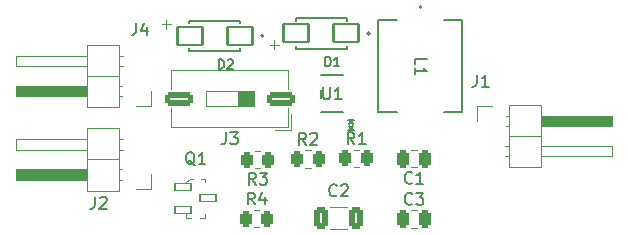
<source format=gbr>
%TF.GenerationSoftware,KiCad,Pcbnew,9.0.6*%
%TF.CreationDate,2025-12-11T09:15:32-05:00*%
%TF.ProjectId,Mini_Solar_Supply,4d696e69-5f53-46f6-9c61-725f53757070,rev?*%
%TF.SameCoordinates,Original*%
%TF.FileFunction,Legend,Top*%
%TF.FilePolarity,Positive*%
%FSLAX46Y46*%
G04 Gerber Fmt 4.6, Leading zero omitted, Abs format (unit mm)*
G04 Created by KiCad (PCBNEW 9.0.6) date 2025-12-11 09:15:32*
%MOMM*%
%LPD*%
G01*
G04 APERTURE LIST*
G04 Aperture macros list*
%AMRoundRect*
0 Rectangle with rounded corners*
0 $1 Rounding radius*
0 $2 $3 $4 $5 $6 $7 $8 $9 X,Y pos of 4 corners*
0 Add a 4 corners polygon primitive as box body*
4,1,4,$2,$3,$4,$5,$6,$7,$8,$9,$2,$3,0*
0 Add four circle primitives for the rounded corners*
1,1,$1+$1,$2,$3*
1,1,$1+$1,$4,$5*
1,1,$1+$1,$6,$7*
1,1,$1+$1,$8,$9*
0 Add four rect primitives between the rounded corners*
20,1,$1+$1,$2,$3,$4,$5,0*
20,1,$1+$1,$4,$5,$6,$7,0*
20,1,$1+$1,$6,$7,$8,$9,0*
20,1,$1+$1,$8,$9,$2,$3,0*%
G04 Aperture macros list end*
%ADD10C,0.100000*%
%ADD11C,0.150000*%
%ADD12C,0.120000*%
%ADD13C,0.127000*%
%ADD14C,0.200000*%
%ADD15C,0.152400*%
%ADD16R,1.700000X1.700000*%
%ADD17C,1.700000*%
%ADD18RoundRect,0.102000X1.060000X0.750000X-1.060000X0.750000X-1.060000X-0.750000X1.060000X-0.750000X0*%
%ADD19RoundRect,0.250000X-0.250000X-0.475000X0.250000X-0.475000X0.250000X0.475000X-0.250000X0.475000X0*%
%ADD20RoundRect,0.070000X-0.650000X-0.300000X0.650000X-0.300000X0.650000X0.300000X-0.650000X0.300000X0*%
%ADD21RoundRect,0.250000X-0.262500X-0.450000X0.262500X-0.450000X0.262500X0.450000X-0.262500X0.450000X0*%
%ADD22RoundRect,0.250000X0.970000X0.310000X-0.970000X0.310000X-0.970000X-0.310000X0.970000X-0.310000X0*%
%ADD23R,3.302000X2.667000*%
%ADD24RoundRect,0.250000X0.262500X0.450000X-0.262500X0.450000X-0.262500X-0.450000X0.262500X-0.450000X0*%
%ADD25R,1.181100X0.558800*%
%ADD26RoundRect,0.250000X0.325000X0.650000X-0.325000X0.650000X-0.325000X-0.650000X0.325000X-0.650000X0*%
%ADD27RoundRect,0.250000X0.250000X0.475000X-0.250000X0.475000X-0.250000X-0.475000X0.250000X-0.475000X0*%
G04 APERTURE END LIST*
D10*
X138683084Y-121741666D02*
X139444989Y-121741666D01*
X139064036Y-122122619D02*
X139064036Y-121360714D01*
X129564484Y-120039866D02*
X130326389Y-120039866D01*
X129945436Y-120420819D02*
X129945436Y-119658914D01*
D11*
X123898066Y-134633619D02*
X123898066Y-135347904D01*
X123898066Y-135347904D02*
X123850447Y-135490761D01*
X123850447Y-135490761D02*
X123755209Y-135586000D01*
X123755209Y-135586000D02*
X123612352Y-135633619D01*
X123612352Y-135633619D02*
X123517114Y-135633619D01*
X124326638Y-134728857D02*
X124374257Y-134681238D01*
X124374257Y-134681238D02*
X124469495Y-134633619D01*
X124469495Y-134633619D02*
X124707590Y-134633619D01*
X124707590Y-134633619D02*
X124802828Y-134681238D01*
X124802828Y-134681238D02*
X124850447Y-134728857D01*
X124850447Y-134728857D02*
X124898066Y-134824095D01*
X124898066Y-134824095D02*
X124898066Y-134919333D01*
X124898066Y-134919333D02*
X124850447Y-135062190D01*
X124850447Y-135062190D02*
X124279019Y-135633619D01*
X124279019Y-135633619D02*
X124898066Y-135633619D01*
X134399022Y-123792067D02*
X134399022Y-123004665D01*
X134399022Y-123004665D02*
X134586499Y-123004665D01*
X134586499Y-123004665D02*
X134698985Y-123042160D01*
X134698985Y-123042160D02*
X134773976Y-123117151D01*
X134773976Y-123117151D02*
X134811471Y-123192142D01*
X134811471Y-123192142D02*
X134848966Y-123342123D01*
X134848966Y-123342123D02*
X134848966Y-123454609D01*
X134848966Y-123454609D02*
X134811471Y-123604590D01*
X134811471Y-123604590D02*
X134773976Y-123679581D01*
X134773976Y-123679581D02*
X134698985Y-123754572D01*
X134698985Y-123754572D02*
X134586499Y-123792067D01*
X134586499Y-123792067D02*
X134399022Y-123792067D01*
X135148929Y-123079656D02*
X135186424Y-123042160D01*
X135186424Y-123042160D02*
X135261415Y-123004665D01*
X135261415Y-123004665D02*
X135448892Y-123004665D01*
X135448892Y-123004665D02*
X135523882Y-123042160D01*
X135523882Y-123042160D02*
X135561378Y-123079656D01*
X135561378Y-123079656D02*
X135598873Y-123154646D01*
X135598873Y-123154646D02*
X135598873Y-123229637D01*
X135598873Y-123229637D02*
X135561378Y-123342123D01*
X135561378Y-123342123D02*
X135111434Y-123792067D01*
X135111434Y-123792067D02*
X135598873Y-123792067D01*
X150760133Y-135204580D02*
X150712514Y-135252200D01*
X150712514Y-135252200D02*
X150569657Y-135299819D01*
X150569657Y-135299819D02*
X150474419Y-135299819D01*
X150474419Y-135299819D02*
X150331562Y-135252200D01*
X150331562Y-135252200D02*
X150236324Y-135156961D01*
X150236324Y-135156961D02*
X150188705Y-135061723D01*
X150188705Y-135061723D02*
X150141086Y-134871247D01*
X150141086Y-134871247D02*
X150141086Y-134728390D01*
X150141086Y-134728390D02*
X150188705Y-134537914D01*
X150188705Y-134537914D02*
X150236324Y-134442676D01*
X150236324Y-134442676D02*
X150331562Y-134347438D01*
X150331562Y-134347438D02*
X150474419Y-134299819D01*
X150474419Y-134299819D02*
X150569657Y-134299819D01*
X150569657Y-134299819D02*
X150712514Y-134347438D01*
X150712514Y-134347438D02*
X150760133Y-134395057D01*
X151093467Y-134299819D02*
X151712514Y-134299819D01*
X151712514Y-134299819D02*
X151379181Y-134680771D01*
X151379181Y-134680771D02*
X151522038Y-134680771D01*
X151522038Y-134680771D02*
X151617276Y-134728390D01*
X151617276Y-134728390D02*
X151664895Y-134776009D01*
X151664895Y-134776009D02*
X151712514Y-134871247D01*
X151712514Y-134871247D02*
X151712514Y-135109342D01*
X151712514Y-135109342D02*
X151664895Y-135204580D01*
X151664895Y-135204580D02*
X151617276Y-135252200D01*
X151617276Y-135252200D02*
X151522038Y-135299819D01*
X151522038Y-135299819D02*
X151236324Y-135299819D01*
X151236324Y-135299819D02*
X151141086Y-135252200D01*
X151141086Y-135252200D02*
X151093467Y-135204580D01*
X132339961Y-131947457D02*
X132244723Y-131899838D01*
X132244723Y-131899838D02*
X132149485Y-131804600D01*
X132149485Y-131804600D02*
X132006628Y-131661742D01*
X132006628Y-131661742D02*
X131911390Y-131614123D01*
X131911390Y-131614123D02*
X131816152Y-131614123D01*
X131863771Y-131852219D02*
X131768533Y-131804600D01*
X131768533Y-131804600D02*
X131673295Y-131709361D01*
X131673295Y-131709361D02*
X131625676Y-131518885D01*
X131625676Y-131518885D02*
X131625676Y-131185552D01*
X131625676Y-131185552D02*
X131673295Y-130995076D01*
X131673295Y-130995076D02*
X131768533Y-130899838D01*
X131768533Y-130899838D02*
X131863771Y-130852219D01*
X131863771Y-130852219D02*
X132054247Y-130852219D01*
X132054247Y-130852219D02*
X132149485Y-130899838D01*
X132149485Y-130899838D02*
X132244723Y-130995076D01*
X132244723Y-130995076D02*
X132292342Y-131185552D01*
X132292342Y-131185552D02*
X132292342Y-131518885D01*
X132292342Y-131518885D02*
X132244723Y-131709361D01*
X132244723Y-131709361D02*
X132149485Y-131804600D01*
X132149485Y-131804600D02*
X132054247Y-131852219D01*
X132054247Y-131852219D02*
X131863771Y-131852219D01*
X133244723Y-131852219D02*
X132673295Y-131852219D01*
X132959009Y-131852219D02*
X132959009Y-130852219D01*
X132959009Y-130852219D02*
X132863771Y-130995076D01*
X132863771Y-130995076D02*
X132768533Y-131090314D01*
X132768533Y-131090314D02*
X132673295Y-131137933D01*
X127377866Y-119927019D02*
X127377866Y-120641304D01*
X127377866Y-120641304D02*
X127330247Y-120784161D01*
X127330247Y-120784161D02*
X127235009Y-120879400D01*
X127235009Y-120879400D02*
X127092152Y-120927019D01*
X127092152Y-120927019D02*
X126996914Y-120927019D01*
X128282628Y-120260352D02*
X128282628Y-120927019D01*
X128044533Y-119879400D02*
X127806438Y-120593685D01*
X127806438Y-120593685D02*
X128425485Y-120593685D01*
X156232266Y-124321219D02*
X156232266Y-125035504D01*
X156232266Y-125035504D02*
X156184647Y-125178361D01*
X156184647Y-125178361D02*
X156089409Y-125273600D01*
X156089409Y-125273600D02*
X155946552Y-125321219D01*
X155946552Y-125321219D02*
X155851314Y-125321219D01*
X157232266Y-125321219D02*
X156660838Y-125321219D01*
X156946552Y-125321219D02*
X156946552Y-124321219D01*
X156946552Y-124321219D02*
X156851314Y-124464076D01*
X156851314Y-124464076D02*
X156756076Y-124559314D01*
X156756076Y-124559314D02*
X156660838Y-124606933D01*
X141768533Y-130224419D02*
X141435200Y-129748228D01*
X141197105Y-130224419D02*
X141197105Y-129224419D01*
X141197105Y-129224419D02*
X141578057Y-129224419D01*
X141578057Y-129224419D02*
X141673295Y-129272038D01*
X141673295Y-129272038D02*
X141720914Y-129319657D01*
X141720914Y-129319657D02*
X141768533Y-129414895D01*
X141768533Y-129414895D02*
X141768533Y-129557752D01*
X141768533Y-129557752D02*
X141720914Y-129652990D01*
X141720914Y-129652990D02*
X141673295Y-129700609D01*
X141673295Y-129700609D02*
X141578057Y-129748228D01*
X141578057Y-129748228D02*
X141197105Y-129748228D01*
X142149486Y-129319657D02*
X142197105Y-129272038D01*
X142197105Y-129272038D02*
X142292343Y-129224419D01*
X142292343Y-129224419D02*
X142530438Y-129224419D01*
X142530438Y-129224419D02*
X142625676Y-129272038D01*
X142625676Y-129272038D02*
X142673295Y-129319657D01*
X142673295Y-129319657D02*
X142720914Y-129414895D01*
X142720914Y-129414895D02*
X142720914Y-129510133D01*
X142720914Y-129510133D02*
X142673295Y-129652990D01*
X142673295Y-129652990D02*
X142101867Y-130224419D01*
X142101867Y-130224419D02*
X142720914Y-130224419D01*
X134972466Y-129189019D02*
X134972466Y-129903304D01*
X134972466Y-129903304D02*
X134924847Y-130046161D01*
X134924847Y-130046161D02*
X134829609Y-130141400D01*
X134829609Y-130141400D02*
X134686752Y-130189019D01*
X134686752Y-130189019D02*
X134591514Y-130189019D01*
X135353419Y-129189019D02*
X135972466Y-129189019D01*
X135972466Y-129189019D02*
X135639133Y-129569971D01*
X135639133Y-129569971D02*
X135781990Y-129569971D01*
X135781990Y-129569971D02*
X135877228Y-129617590D01*
X135877228Y-129617590D02*
X135924847Y-129665209D01*
X135924847Y-129665209D02*
X135972466Y-129760447D01*
X135972466Y-129760447D02*
X135972466Y-129998542D01*
X135972466Y-129998542D02*
X135924847Y-130093780D01*
X135924847Y-130093780D02*
X135877228Y-130141400D01*
X135877228Y-130141400D02*
X135781990Y-130189019D01*
X135781990Y-130189019D02*
X135496276Y-130189019D01*
X135496276Y-130189019D02*
X135401038Y-130141400D01*
X135401038Y-130141400D02*
X135353419Y-130093780D01*
X151005380Y-123404333D02*
X151005380Y-122928143D01*
X151005380Y-122928143D02*
X152005380Y-122928143D01*
X151005380Y-124261476D02*
X151005380Y-123690048D01*
X151005380Y-123975762D02*
X152005380Y-123975762D01*
X152005380Y-123975762D02*
X151862523Y-123880524D01*
X151862523Y-123880524D02*
X151767285Y-123785286D01*
X151767285Y-123785286D02*
X151719666Y-123690048D01*
X137425133Y-135279019D02*
X137091800Y-134802828D01*
X136853705Y-135279019D02*
X136853705Y-134279019D01*
X136853705Y-134279019D02*
X137234657Y-134279019D01*
X137234657Y-134279019D02*
X137329895Y-134326638D01*
X137329895Y-134326638D02*
X137377514Y-134374257D01*
X137377514Y-134374257D02*
X137425133Y-134469495D01*
X137425133Y-134469495D02*
X137425133Y-134612352D01*
X137425133Y-134612352D02*
X137377514Y-134707590D01*
X137377514Y-134707590D02*
X137329895Y-134755209D01*
X137329895Y-134755209D02*
X137234657Y-134802828D01*
X137234657Y-134802828D02*
X136853705Y-134802828D01*
X138282276Y-134612352D02*
X138282276Y-135279019D01*
X138044181Y-134231400D02*
X137806086Y-134945685D01*
X137806086Y-134945685D02*
X138425133Y-134945685D01*
X137501333Y-133600619D02*
X137168000Y-133124428D01*
X136929905Y-133600619D02*
X136929905Y-132600619D01*
X136929905Y-132600619D02*
X137310857Y-132600619D01*
X137310857Y-132600619D02*
X137406095Y-132648238D01*
X137406095Y-132648238D02*
X137453714Y-132695857D01*
X137453714Y-132695857D02*
X137501333Y-132791095D01*
X137501333Y-132791095D02*
X137501333Y-132933952D01*
X137501333Y-132933952D02*
X137453714Y-133029190D01*
X137453714Y-133029190D02*
X137406095Y-133076809D01*
X137406095Y-133076809D02*
X137310857Y-133124428D01*
X137310857Y-133124428D02*
X136929905Y-133124428D01*
X137834667Y-132600619D02*
X138453714Y-132600619D01*
X138453714Y-132600619D02*
X138120381Y-132981571D01*
X138120381Y-132981571D02*
X138263238Y-132981571D01*
X138263238Y-132981571D02*
X138358476Y-133029190D01*
X138358476Y-133029190D02*
X138406095Y-133076809D01*
X138406095Y-133076809D02*
X138453714Y-133172047D01*
X138453714Y-133172047D02*
X138453714Y-133410142D01*
X138453714Y-133410142D02*
X138406095Y-133505380D01*
X138406095Y-133505380D02*
X138358476Y-133553000D01*
X138358476Y-133553000D02*
X138263238Y-133600619D01*
X138263238Y-133600619D02*
X137977524Y-133600619D01*
X137977524Y-133600619D02*
X137882286Y-133553000D01*
X137882286Y-133553000D02*
X137834667Y-133505380D01*
X145857933Y-130173619D02*
X145524600Y-129697428D01*
X145286505Y-130173619D02*
X145286505Y-129173619D01*
X145286505Y-129173619D02*
X145667457Y-129173619D01*
X145667457Y-129173619D02*
X145762695Y-129221238D01*
X145762695Y-129221238D02*
X145810314Y-129268857D01*
X145810314Y-129268857D02*
X145857933Y-129364095D01*
X145857933Y-129364095D02*
X145857933Y-129506952D01*
X145857933Y-129506952D02*
X145810314Y-129602190D01*
X145810314Y-129602190D02*
X145762695Y-129649809D01*
X145762695Y-129649809D02*
X145667457Y-129697428D01*
X145667457Y-129697428D02*
X145286505Y-129697428D01*
X146810314Y-130173619D02*
X146238886Y-130173619D01*
X146524600Y-130173619D02*
X146524600Y-129173619D01*
X146524600Y-129173619D02*
X146429362Y-129316476D01*
X146429362Y-129316476D02*
X146334124Y-129411714D01*
X146334124Y-129411714D02*
X146238886Y-129459333D01*
X143205295Y-125362619D02*
X143205295Y-126172142D01*
X143205295Y-126172142D02*
X143252914Y-126267380D01*
X143252914Y-126267380D02*
X143300533Y-126315000D01*
X143300533Y-126315000D02*
X143395771Y-126362619D01*
X143395771Y-126362619D02*
X143586247Y-126362619D01*
X143586247Y-126362619D02*
X143681485Y-126315000D01*
X143681485Y-126315000D02*
X143729104Y-126267380D01*
X143729104Y-126267380D02*
X143776723Y-126172142D01*
X143776723Y-126172142D02*
X143776723Y-125362619D01*
X144776723Y-126362619D02*
X144205295Y-126362619D01*
X144491009Y-126362619D02*
X144491009Y-125362619D01*
X144491009Y-125362619D02*
X144395771Y-125505476D01*
X144395771Y-125505476D02*
X144300533Y-125600714D01*
X144300533Y-125600714D02*
X144205295Y-125648333D01*
X145586450Y-128014419D02*
X145586450Y-128252514D01*
X145348355Y-128157276D02*
X145586450Y-128252514D01*
X145586450Y-128252514D02*
X145824545Y-128157276D01*
X145443593Y-128442990D02*
X145586450Y-128252514D01*
X145586450Y-128252514D02*
X145729307Y-128442990D01*
X145586449Y-129104780D02*
X145586449Y-128866685D01*
X145824544Y-128961923D02*
X145586449Y-128866685D01*
X145586449Y-128866685D02*
X145348354Y-128961923D01*
X145729306Y-128676209D02*
X145586449Y-128866685D01*
X145586449Y-128866685D02*
X145443592Y-128676209D01*
X143396622Y-123588867D02*
X143396622Y-122801465D01*
X143396622Y-122801465D02*
X143584099Y-122801465D01*
X143584099Y-122801465D02*
X143696585Y-122838960D01*
X143696585Y-122838960D02*
X143771576Y-122913951D01*
X143771576Y-122913951D02*
X143809071Y-122988942D01*
X143809071Y-122988942D02*
X143846566Y-123138923D01*
X143846566Y-123138923D02*
X143846566Y-123251409D01*
X143846566Y-123251409D02*
X143809071Y-123401390D01*
X143809071Y-123401390D02*
X143771576Y-123476381D01*
X143771576Y-123476381D02*
X143696585Y-123551372D01*
X143696585Y-123551372D02*
X143584099Y-123588867D01*
X143584099Y-123588867D02*
X143396622Y-123588867D01*
X144596473Y-123588867D02*
X144146529Y-123588867D01*
X144371501Y-123588867D02*
X144371501Y-122801465D01*
X144371501Y-122801465D02*
X144296510Y-122913951D01*
X144296510Y-122913951D02*
X144221520Y-122988942D01*
X144221520Y-122988942D02*
X144146529Y-123026437D01*
X144359333Y-134496980D02*
X144311714Y-134544600D01*
X144311714Y-134544600D02*
X144168857Y-134592219D01*
X144168857Y-134592219D02*
X144073619Y-134592219D01*
X144073619Y-134592219D02*
X143930762Y-134544600D01*
X143930762Y-134544600D02*
X143835524Y-134449361D01*
X143835524Y-134449361D02*
X143787905Y-134354123D01*
X143787905Y-134354123D02*
X143740286Y-134163647D01*
X143740286Y-134163647D02*
X143740286Y-134020790D01*
X143740286Y-134020790D02*
X143787905Y-133830314D01*
X143787905Y-133830314D02*
X143835524Y-133735076D01*
X143835524Y-133735076D02*
X143930762Y-133639838D01*
X143930762Y-133639838D02*
X144073619Y-133592219D01*
X144073619Y-133592219D02*
X144168857Y-133592219D01*
X144168857Y-133592219D02*
X144311714Y-133639838D01*
X144311714Y-133639838D02*
X144359333Y-133687457D01*
X144740286Y-133687457D02*
X144787905Y-133639838D01*
X144787905Y-133639838D02*
X144883143Y-133592219D01*
X144883143Y-133592219D02*
X145121238Y-133592219D01*
X145121238Y-133592219D02*
X145216476Y-133639838D01*
X145216476Y-133639838D02*
X145264095Y-133687457D01*
X145264095Y-133687457D02*
X145311714Y-133782695D01*
X145311714Y-133782695D02*
X145311714Y-133877933D01*
X145311714Y-133877933D02*
X145264095Y-134020790D01*
X145264095Y-134020790D02*
X144692667Y-134592219D01*
X144692667Y-134592219D02*
X145311714Y-134592219D01*
X150734733Y-133433780D02*
X150687114Y-133481400D01*
X150687114Y-133481400D02*
X150544257Y-133529019D01*
X150544257Y-133529019D02*
X150449019Y-133529019D01*
X150449019Y-133529019D02*
X150306162Y-133481400D01*
X150306162Y-133481400D02*
X150210924Y-133386161D01*
X150210924Y-133386161D02*
X150163305Y-133290923D01*
X150163305Y-133290923D02*
X150115686Y-133100447D01*
X150115686Y-133100447D02*
X150115686Y-132957590D01*
X150115686Y-132957590D02*
X150163305Y-132767114D01*
X150163305Y-132767114D02*
X150210924Y-132671876D01*
X150210924Y-132671876D02*
X150306162Y-132576638D01*
X150306162Y-132576638D02*
X150449019Y-132529019D01*
X150449019Y-132529019D02*
X150544257Y-132529019D01*
X150544257Y-132529019D02*
X150687114Y-132576638D01*
X150687114Y-132576638D02*
X150734733Y-132624257D01*
X151687114Y-133529019D02*
X151115686Y-133529019D01*
X151401400Y-133529019D02*
X151401400Y-132529019D01*
X151401400Y-132529019D02*
X151306162Y-132671876D01*
X151306162Y-132671876D02*
X151210924Y-132767114D01*
X151210924Y-132767114D02*
X151115686Y-132814733D01*
D12*
%TO.C,J2*%
X117187200Y-129775400D02*
X123187200Y-129775400D01*
X117187200Y-130635400D02*
X117187200Y-129775400D01*
X123187200Y-128825400D02*
X123187200Y-134125400D01*
X123187200Y-130635400D02*
X117187200Y-130635400D01*
X123187200Y-134125400D02*
X125947200Y-134125400D01*
X125947200Y-128825400D02*
X123187200Y-128825400D01*
X125947200Y-131475400D02*
X123187200Y-131475400D01*
X125947200Y-134125400D02*
X125947200Y-128825400D01*
X126177200Y-132315400D02*
X125947200Y-132315400D01*
X126177200Y-133175400D02*
X125947200Y-133175400D01*
X126259842Y-129775400D02*
X125947200Y-129775400D01*
X126259842Y-130635400D02*
X125947200Y-130635400D01*
X128607200Y-132745400D02*
X128607200Y-134015400D01*
X128607200Y-134015400D02*
X127337200Y-134015400D01*
X123187200Y-133175400D02*
X117187200Y-133175400D01*
X117187200Y-132315400D01*
X123187200Y-132315400D01*
X123187200Y-133175400D01*
G36*
X123187200Y-133175400D02*
G01*
X117187200Y-133175400D01*
X117187200Y-132315400D01*
X123187200Y-132315400D01*
X123187200Y-133175400D01*
G37*
D13*
%TO.C,D2*%
X131890200Y-119725600D02*
X131890200Y-119935600D01*
X131890200Y-122075600D02*
X131890200Y-122285600D01*
X131890200Y-122285600D02*
X136220200Y-122285600D01*
X136220200Y-119725600D02*
X131890200Y-119725600D01*
X136220200Y-119725600D02*
X136220200Y-119935600D01*
X136220200Y-122285600D02*
X136220200Y-122075600D01*
D14*
X138155200Y-121005600D02*
G75*
G02*
X137955200Y-121005600I-100000J0D01*
G01*
X137955200Y-121005600D02*
G75*
G02*
X138155200Y-121005600I100000J0D01*
G01*
D12*
%TO.C,C3*%
X150665548Y-135790000D02*
X151188052Y-135790000D01*
X150665548Y-137260000D02*
X151188052Y-137260000D01*
D10*
%TO.C,Q1*%
X131585200Y-133397400D02*
X131585200Y-133447400D01*
X131585200Y-133447400D02*
X130810200Y-133447400D01*
X131585200Y-136422400D02*
X131585200Y-136072400D01*
X131960200Y-133122400D02*
X131585200Y-133397400D01*
X132060200Y-136422400D02*
X131585200Y-136422400D01*
X132235200Y-133122400D02*
X131960200Y-133122400D01*
X132860200Y-133122400D02*
X133235200Y-133122400D01*
X133235200Y-133122400D02*
X133235200Y-133422400D01*
X133235200Y-136122400D02*
X133235200Y-136422400D01*
X133235200Y-136197400D02*
X133235200Y-136072400D01*
X133235200Y-136422400D02*
X132785200Y-136422400D01*
D12*
%TO.C,J4*%
X117196400Y-122714200D02*
X123196400Y-122714200D01*
X117196400Y-123574200D02*
X117196400Y-122714200D01*
X123196400Y-121764200D02*
X123196400Y-127064200D01*
X123196400Y-123574200D02*
X117196400Y-123574200D01*
X123196400Y-127064200D02*
X125956400Y-127064200D01*
X125956400Y-121764200D02*
X123196400Y-121764200D01*
X125956400Y-124414200D02*
X123196400Y-124414200D01*
X125956400Y-127064200D02*
X125956400Y-121764200D01*
X126186400Y-125254200D02*
X125956400Y-125254200D01*
X126186400Y-126114200D02*
X125956400Y-126114200D01*
X126269042Y-122714200D02*
X125956400Y-122714200D01*
X126269042Y-123574200D02*
X125956400Y-123574200D01*
X128616400Y-125684200D02*
X128616400Y-126954200D01*
X128616400Y-126954200D02*
X127346400Y-126954200D01*
X123196400Y-126114200D02*
X117196400Y-126114200D01*
X117196400Y-125254200D01*
X123196400Y-125254200D01*
X123196400Y-126114200D01*
G36*
X123196400Y-126114200D02*
G01*
X117196400Y-126114200D01*
X117196400Y-125254200D01*
X123196400Y-125254200D01*
X123196400Y-126114200D01*
G37*
%TO.C,J1*%
X156270000Y-126944200D02*
X157540000Y-126944200D01*
X156270000Y-128214200D02*
X156270000Y-126944200D01*
X158617358Y-130324200D02*
X158930000Y-130324200D01*
X158617358Y-131184200D02*
X158930000Y-131184200D01*
X158700000Y-127784200D02*
X158930000Y-127784200D01*
X158700000Y-128644200D02*
X158930000Y-128644200D01*
X158930000Y-126834200D02*
X158930000Y-132134200D01*
X158930000Y-129484200D02*
X161690000Y-129484200D01*
X158930000Y-132134200D02*
X161690000Y-132134200D01*
X161690000Y-126834200D02*
X158930000Y-126834200D01*
X161690000Y-130324200D02*
X167690000Y-130324200D01*
X161690000Y-132134200D02*
X161690000Y-126834200D01*
X167690000Y-130324200D02*
X167690000Y-131184200D01*
X167690000Y-131184200D02*
X161690000Y-131184200D01*
X161690000Y-127784200D02*
X167690000Y-127784200D01*
X167690000Y-128644200D01*
X161690000Y-128644200D01*
X161690000Y-127784200D01*
G36*
X161690000Y-127784200D02*
G01*
X167690000Y-127784200D01*
X167690000Y-128644200D01*
X161690000Y-128644200D01*
X161690000Y-127784200D01*
G37*
%TO.C,R2*%
X141708136Y-130684600D02*
X142162264Y-130684600D01*
X141708136Y-132154600D02*
X142162264Y-132154600D01*
%TO.C,J3*%
X130355800Y-125514200D02*
X130355800Y-123894200D01*
X130355800Y-128734200D02*
X130355800Y-127114200D01*
X135982467Y-126949200D02*
X135982467Y-125679200D01*
X140255800Y-123894200D02*
X130355800Y-123894200D01*
X140255800Y-125514200D02*
X140255800Y-123894200D01*
X140255800Y-128734200D02*
X130355800Y-128734200D01*
X140255800Y-128734200D02*
X140255800Y-127114200D01*
X140495800Y-128974200D02*
X139112800Y-128974200D01*
X140495800Y-128974200D02*
X140495800Y-127591200D01*
X137335800Y-126949200D02*
X133275800Y-126949200D01*
X133275800Y-125679200D01*
X137335800Y-125679200D01*
X137335800Y-126949200D01*
X137335800Y-126949200D02*
X135982467Y-126949200D01*
X135982467Y-125679200D01*
X137335800Y-125679200D01*
X137335800Y-126949200D01*
G36*
X137335800Y-126949200D02*
G01*
X135982467Y-126949200D01*
X135982467Y-125679200D01*
X137335800Y-125679200D01*
X137335800Y-126949200D01*
G37*
D15*
%TO.C,L1*%
X147904200Y-119697500D02*
X147904200Y-127444500D01*
X147904200Y-127444500D02*
X149476460Y-127444500D01*
X149476460Y-119697500D02*
X147904200Y-119697500D01*
X153443940Y-127444500D02*
X155016200Y-127444500D01*
X155016200Y-119697500D02*
X153443940Y-119697500D01*
X155016200Y-127444500D02*
X155016200Y-119697500D01*
X151536400Y-118554500D02*
G75*
G02*
X151384000Y-118554500I-76200J0D01*
G01*
X151384000Y-118554500D02*
G75*
G02*
X151536400Y-118554500I76200J0D01*
G01*
D12*
%TO.C,R4*%
X137364736Y-135739200D02*
X137818864Y-135739200D01*
X137364736Y-137209200D02*
X137818864Y-137209200D01*
%TO.C,R3*%
X137895064Y-130760800D02*
X137440936Y-130760800D01*
X137895064Y-132230800D02*
X137440936Y-132230800D01*
%TO.C,R1*%
X145797536Y-130633800D02*
X146251664Y-130633800D01*
X145797536Y-132103800D02*
X146251664Y-132103800D01*
D15*
%TO.C,U1*%
X143065500Y-125569939D02*
X143065500Y-126245661D01*
X143065500Y-127482600D02*
X144868900Y-127482600D01*
X144868900Y-124333000D02*
X143065500Y-124333000D01*
D13*
%TO.C,D1*%
X140887800Y-119522400D02*
X140887800Y-119732400D01*
X140887800Y-121872400D02*
X140887800Y-122082400D01*
X140887800Y-122082400D02*
X145217800Y-122082400D01*
X145217800Y-119522400D02*
X140887800Y-119522400D01*
X145217800Y-119522400D02*
X145217800Y-119732400D01*
X145217800Y-122082400D02*
X145217800Y-121872400D01*
D14*
X147152800Y-120802400D02*
G75*
G02*
X146952800Y-120802400I-100000J0D01*
G01*
X146952800Y-120802400D02*
G75*
G02*
X147152800Y-120802400I100000J0D01*
G01*
D12*
%TO.C,C2*%
X145211852Y-135513400D02*
X143789348Y-135513400D01*
X145211852Y-137333400D02*
X143789348Y-137333400D01*
%TO.C,C1*%
X151162652Y-130659200D02*
X150640148Y-130659200D01*
X151162652Y-132129200D02*
X150640148Y-132129200D01*
%TD*%
%LPC*%
D16*
%TO.C,J2*%
X127337200Y-132745400D03*
D17*
X127337200Y-130205400D03*
%TD*%
D18*
%TO.C,D2*%
X131940200Y-121005600D03*
X136170200Y-121005600D03*
%TD*%
D19*
%TO.C,C3*%
X149976800Y-136525000D03*
X151876800Y-136525000D03*
%TD*%
D20*
%TO.C,Q1*%
X131360200Y-133822400D03*
X131360200Y-135722400D03*
X133460200Y-134772400D03*
%TD*%
D16*
%TO.C,J4*%
X127346400Y-125684200D03*
D17*
X127346400Y-123144200D03*
%TD*%
D16*
%TO.C,J1*%
X157540000Y-128214200D03*
D17*
X157540000Y-130754200D03*
%TD*%
D21*
%TO.C,R2*%
X141022700Y-131419600D03*
X142847700Y-131419600D03*
%TD*%
D22*
%TO.C,J3*%
X139610800Y-126314200D03*
X131000800Y-126314200D03*
%TD*%
D23*
%TO.C,L1*%
X151460200Y-121005600D03*
X151460200Y-126136400D03*
%TD*%
D21*
%TO.C,R4*%
X136679300Y-136474200D03*
X138504300Y-136474200D03*
%TD*%
D24*
%TO.C,R3*%
X138580500Y-131495800D03*
X136755500Y-131495800D03*
%TD*%
D21*
%TO.C,R1*%
X145112100Y-131368800D03*
X146937100Y-131368800D03*
%TD*%
D25*
%TO.C,U1*%
X145332450Y-126857801D03*
X145332450Y-125907800D03*
X145332450Y-124957799D03*
X142601950Y-124957799D03*
X142601950Y-126857801D03*
%TD*%
D18*
%TO.C,D1*%
X140937800Y-120802400D03*
X145167800Y-120802400D03*
%TD*%
D26*
%TO.C,C2*%
X145975600Y-136423400D03*
X143025600Y-136423400D03*
%TD*%
D27*
%TO.C,C1*%
X151851400Y-131394200D03*
X149951400Y-131394200D03*
%TD*%
%LPD*%
M02*

</source>
